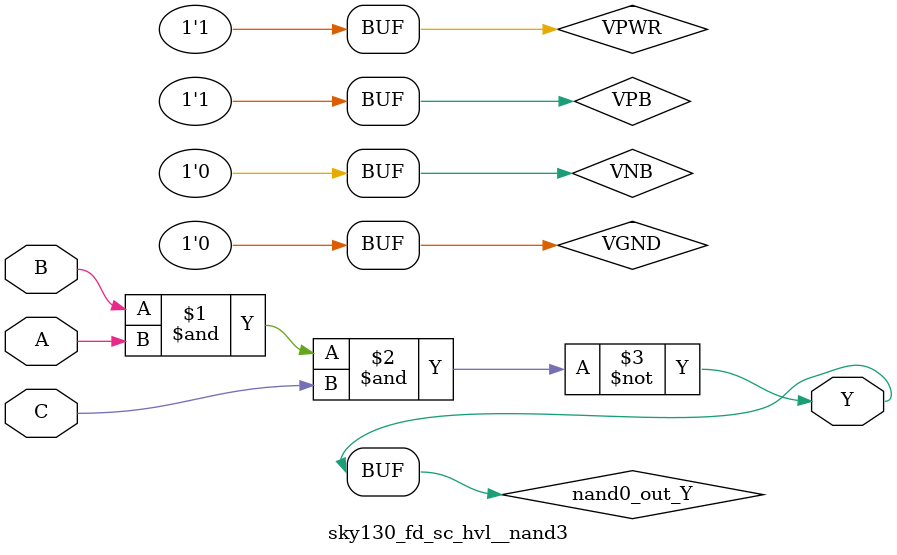
<source format=v>
/*
 * Copyright 2020 The SkyWater PDK Authors
 *
 * Licensed under the Apache License, Version 2.0 (the "License");
 * you may not use this file except in compliance with the License.
 * You may obtain a copy of the License at
 *
 *     https://www.apache.org/licenses/LICENSE-2.0
 *
 * Unless required by applicable law or agreed to in writing, software
 * distributed under the License is distributed on an "AS IS" BASIS,
 * WITHOUT WARRANTIES OR CONDITIONS OF ANY KIND, either express or implied.
 * See the License for the specific language governing permissions and
 * limitations under the License.
 *
 * SPDX-License-Identifier: Apache-2.0
*/


`ifndef SKY130_FD_SC_HVL__NAND3_TIMING_V
`define SKY130_FD_SC_HVL__NAND3_TIMING_V

/**
 * nand3: 3-input NAND.
 *
 * Verilog simulation timing model.
 */

`timescale 1ns / 1ps
`default_nettype none

`celldefine
module sky130_fd_sc_hvl__nand3 (
    Y,
    A,
    B,
    C
);

    // Module ports
    output Y;
    input  A;
    input  B;
    input  C;

    // Module supplies
    supply1 VPWR;
    supply0 VGND;
    supply1 VPB ;
    supply0 VNB ;

    // Local signals
    wire nand0_out_Y;

    //   Name   Output       Other arguments
    nand nand0 (nand0_out_Y, B, A, C        );
    buf  buf0  (Y          , nand0_out_Y    );

endmodule
`endcelldefine

`default_nettype wire
`endif  // SKY130_FD_SC_HVL__NAND3_TIMING_V

</source>
